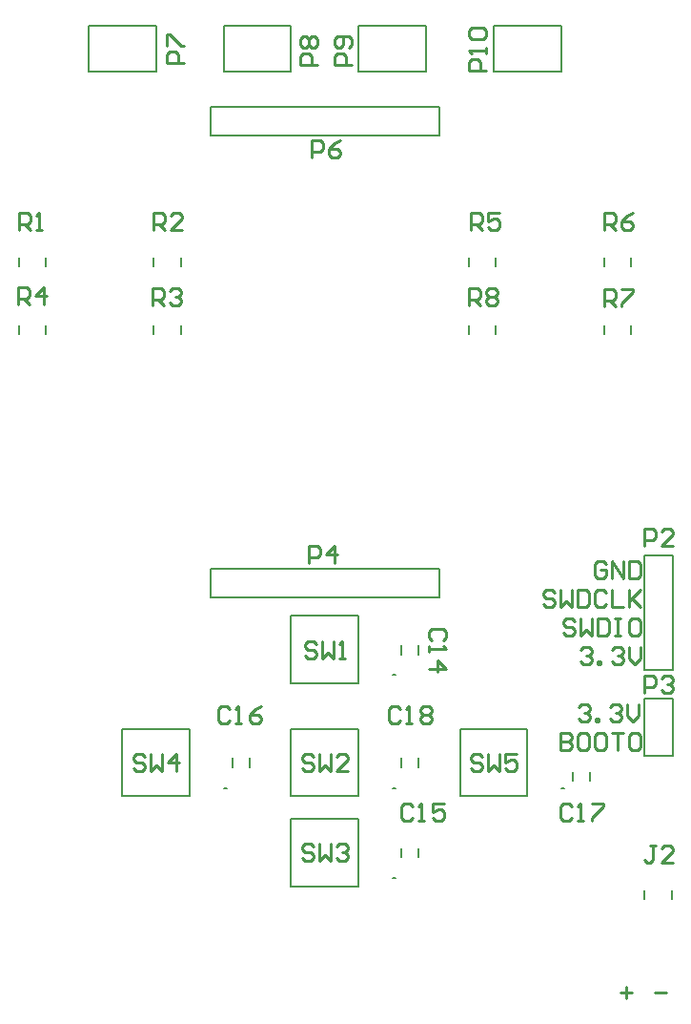
<source format=gto>
G04*
G04 #@! TF.GenerationSoftware,Altium Limited,Altium Designer,20.1.8 (145)*
G04*
G04 Layer_Color=65535*
%FSLAX25Y25*%
%MOIN*%
G70*
G04*
G04 #@! TF.SameCoordinates,CC740219-02E3-49CA-8287-50D337AD25DE*
G04*
G04*
G04 #@! TF.FilePolarity,Positive*
G04*
G01*
G75*
%ADD10C,0.00787*%
%ADD11C,0.00787*%
%ADD12C,0.00500*%
%ADD13C,0.01000*%
D10*
X309902Y261972D02*
X309114D01*
X309902D01*
X250847Y301343D02*
X250059D01*
X250847D01*
X191791Y261972D02*
X191004D01*
X191791D01*
X250847D02*
X250059D01*
X250847D01*
Y230476D02*
X250059D01*
X250847D01*
X276630Y420433D02*
Y423583D01*
X286079Y420433D02*
Y423583D01*
X323874Y420433D02*
Y423583D01*
X333323Y420433D02*
Y423583D01*
Y444055D02*
Y447205D01*
X323874Y444055D02*
Y447205D01*
X286079Y444055D02*
Y447205D01*
X276630Y444055D02*
Y447205D01*
X128598Y444055D02*
Y447205D01*
X119150Y444055D02*
Y447205D01*
X175843Y444055D02*
Y447205D01*
X166394Y444055D02*
Y447205D01*
Y420433D02*
Y423583D01*
X175843Y420433D02*
Y423583D01*
X119150Y420433D02*
Y423583D01*
X128598Y420433D02*
Y423583D01*
X347539Y223121D02*
Y226270D01*
X338091Y223121D02*
Y226270D01*
X186236Y499843D02*
X266236D01*
X186236Y489843D02*
Y499843D01*
Y489843D02*
X266236D01*
Y499843D01*
X258913Y269252D02*
Y272402D01*
X253008Y269252D02*
Y272402D01*
X186236Y338425D02*
X266236D01*
X186236Y328425D02*
Y338425D01*
Y328425D02*
X266236D01*
Y338425D01*
X253008Y308622D02*
Y311772D01*
X258913Y308622D02*
Y311772D01*
X338000Y343000D02*
X348000D01*
Y303000D02*
Y343000D01*
X338000Y303000D02*
Y343000D01*
Y303000D02*
X348000D01*
X338000Y293000D02*
X348000D01*
Y273000D02*
Y293000D01*
X338000Y273000D02*
X348000D01*
X338000D02*
Y293000D01*
X313047Y264425D02*
Y267575D01*
X318953Y264425D02*
Y267575D01*
X199858Y269252D02*
Y272402D01*
X193953Y269252D02*
Y272402D01*
X258913Y237756D02*
Y240906D01*
X253008Y237756D02*
Y240906D01*
D11*
X143594Y512153D02*
Y528153D01*
X167138Y512153D02*
Y528153D01*
X143594Y512153D02*
X167138D01*
X143594Y528154D02*
X167138D01*
X190838D02*
X214382D01*
X190838Y512153D02*
X214382D01*
Y528153D01*
X190838Y512153D02*
Y528153D01*
X238082Y512153D02*
Y528153D01*
X261626Y512153D02*
Y528153D01*
X238082Y512153D02*
X261626D01*
X238082Y528154D02*
X261626D01*
X285326D02*
X308870D01*
X285326Y512153D02*
X308870D01*
Y528153D01*
X285326Y512153D02*
Y528153D01*
D12*
X297102Y259016D02*
Y282638D01*
X273480Y259016D02*
X297102D01*
X273480D02*
Y282638D01*
X297102D01*
X238047Y298386D02*
Y322008D01*
X214425Y298386D02*
X238047D01*
X214425D02*
Y322008D01*
X238047D01*
X178992Y259016D02*
Y282638D01*
X155370Y259016D02*
X178992D01*
X155370D02*
Y282638D01*
X178992D01*
X238047Y259016D02*
Y282638D01*
X214425Y259016D02*
X238047D01*
X214425D02*
Y282638D01*
X238047D01*
Y227520D02*
Y251142D01*
X214425Y227520D02*
X238047D01*
X214425D02*
Y251142D01*
X238047D01*
D13*
X308500Y280998D02*
Y275000D01*
X311499D01*
X312499Y276000D01*
Y276999D01*
X311499Y277999D01*
X308500D01*
X311499D01*
X312499Y278999D01*
Y279998D01*
X311499Y280998D01*
X308500D01*
X317497D02*
X315498D01*
X314498Y279998D01*
Y276000D01*
X315498Y275000D01*
X317497D01*
X318497Y276000D01*
Y279998D01*
X317497Y280998D01*
X323495D02*
X321496D01*
X320496Y279998D01*
Y276000D01*
X321496Y275000D01*
X323495D01*
X324495Y276000D01*
Y279998D01*
X323495Y280998D01*
X326494D02*
X330493D01*
X328493D01*
Y275000D01*
X332492Y279998D02*
X333492Y280998D01*
X335491D01*
X336491Y279998D01*
Y276000D01*
X335491Y275000D01*
X333492D01*
X332492Y276000D01*
Y279998D01*
X315000Y289998D02*
X316000Y290998D01*
X317999D01*
X318999Y289998D01*
Y288999D01*
X317999Y287999D01*
X316999D01*
X317999D01*
X318999Y286999D01*
Y286000D01*
X317999Y285000D01*
X316000D01*
X315000Y286000D01*
X320998Y285000D02*
Y286000D01*
X321998D01*
Y285000D01*
X320998D01*
X325996Y289998D02*
X326996Y290998D01*
X328995D01*
X329995Y289998D01*
Y288999D01*
X328995Y287999D01*
X327996D01*
X328995D01*
X329995Y286999D01*
Y286000D01*
X328995Y285000D01*
X326996D01*
X325996Y286000D01*
X331995Y290998D02*
Y286999D01*
X333994Y285000D01*
X335993Y286999D01*
Y290998D01*
X329500Y190499D02*
X333499D01*
X331499Y192498D02*
Y188500D01*
X341496Y190499D02*
X345495D01*
X315500Y309998D02*
X316500Y310998D01*
X318499D01*
X319499Y309998D01*
Y308999D01*
X318499Y307999D01*
X317499D01*
X318499D01*
X319499Y306999D01*
Y306000D01*
X318499Y305000D01*
X316500D01*
X315500Y306000D01*
X321498Y305000D02*
Y306000D01*
X322498D01*
Y305000D01*
X321498D01*
X326496Y309998D02*
X327496Y310998D01*
X329496D01*
X330495Y309998D01*
Y308999D01*
X329496Y307999D01*
X328496D01*
X329496D01*
X330495Y306999D01*
Y306000D01*
X329496Y305000D01*
X327496D01*
X326496Y306000D01*
X332494Y310998D02*
Y306999D01*
X334494Y305000D01*
X336493Y306999D01*
Y310998D01*
X313499Y319998D02*
X312499Y320998D01*
X310500D01*
X309500Y319998D01*
Y318999D01*
X310500Y317999D01*
X312499D01*
X313499Y316999D01*
Y316000D01*
X312499Y315000D01*
X310500D01*
X309500Y316000D01*
X315498Y320998D02*
Y315000D01*
X317497Y316999D01*
X319497Y315000D01*
Y320998D01*
X321496D02*
Y315000D01*
X324495D01*
X325495Y316000D01*
Y319998D01*
X324495Y320998D01*
X321496D01*
X327494D02*
X329493D01*
X328494D01*
Y315000D01*
X327494D01*
X329493D01*
X335492Y320998D02*
X333492D01*
X332493Y319998D01*
Y316000D01*
X333492Y315000D01*
X335492D01*
X336491Y316000D01*
Y319998D01*
X335492Y320998D01*
X306499Y329998D02*
X305499Y330998D01*
X303500D01*
X302500Y329998D01*
Y328999D01*
X303500Y327999D01*
X305499D01*
X306499Y326999D01*
Y326000D01*
X305499Y325000D01*
X303500D01*
X302500Y326000D01*
X308498Y330998D02*
Y325000D01*
X310497Y326999D01*
X312497Y325000D01*
Y330998D01*
X314496D02*
Y325000D01*
X317495D01*
X318495Y326000D01*
Y329998D01*
X317495Y330998D01*
X314496D01*
X324493Y329998D02*
X323493Y330998D01*
X321494D01*
X320494Y329998D01*
Y326000D01*
X321494Y325000D01*
X323493D01*
X324493Y326000D01*
X326492Y330998D02*
Y325000D01*
X330491D01*
X332490Y330998D02*
Y325000D01*
Y326999D01*
X336489Y330998D01*
X333490Y327999D01*
X336489Y325000D01*
X324499Y339998D02*
X323499Y340998D01*
X321500D01*
X320500Y339998D01*
Y336000D01*
X321500Y335000D01*
X323499D01*
X324499Y336000D01*
Y337999D01*
X322499D01*
X326498Y335000D02*
Y340998D01*
X330497Y335000D01*
Y340998D01*
X332496D02*
Y335000D01*
X335495D01*
X336495Y336000D01*
Y339998D01*
X335495Y340998D01*
X332496D01*
X276482Y430501D02*
Y436499D01*
X279481D01*
X280481Y435499D01*
Y433500D01*
X279481Y432500D01*
X276482D01*
X278481D02*
X280481Y430501D01*
X282480Y435499D02*
X283480Y436499D01*
X285479D01*
X286479Y435499D01*
Y434500D01*
X285479Y433500D01*
X286479Y432500D01*
Y431501D01*
X285479Y430501D01*
X283480D01*
X282480Y431501D01*
Y432500D01*
X283480Y433500D01*
X282480Y434500D01*
Y435499D01*
X283480Y433500D02*
X285479D01*
X323982Y430001D02*
Y435999D01*
X326981D01*
X327980Y434999D01*
Y433000D01*
X326981Y432000D01*
X323982D01*
X325981D02*
X327980Y430001D01*
X329980Y435999D02*
X333979D01*
Y434999D01*
X329980Y431001D01*
Y430001D01*
X323900Y456700D02*
Y462698D01*
X326899D01*
X327899Y461698D01*
Y459699D01*
X326899Y458699D01*
X323900D01*
X325899D02*
X327899Y456700D01*
X333897Y462698D02*
X331897Y461698D01*
X329898Y459699D01*
Y457700D01*
X330898Y456700D01*
X332897D01*
X333897Y457700D01*
Y458699D01*
X332897Y459699D01*
X329898D01*
X277340Y456729D02*
Y462727D01*
X280339D01*
X281339Y461728D01*
Y459728D01*
X280339Y458729D01*
X277340D01*
X279339D02*
X281339Y456729D01*
X287337Y462727D02*
X283338D01*
Y459728D01*
X285337Y460728D01*
X286337D01*
X287337Y459728D01*
Y457729D01*
X286337Y456729D01*
X284338D01*
X283338Y457729D01*
X119200Y456700D02*
Y462698D01*
X122199D01*
X123199Y461698D01*
Y459699D01*
X122199Y458699D01*
X119200D01*
X121199D02*
X123199Y456700D01*
X125198D02*
X127197D01*
X126198D01*
Y462698D01*
X125198Y461698D01*
X166400Y456700D02*
Y462698D01*
X169399D01*
X170399Y461698D01*
Y459699D01*
X169399Y458699D01*
X166400D01*
X168399D02*
X170399Y456700D01*
X176397D02*
X172398D01*
X176397Y460699D01*
Y461698D01*
X175397Y462698D01*
X173398D01*
X172398Y461698D01*
X166021Y430501D02*
Y436499D01*
X169020D01*
X170020Y435499D01*
Y433500D01*
X169020Y432500D01*
X166021D01*
X168021D02*
X170020Y430501D01*
X172020Y435499D02*
X173019Y436499D01*
X175019D01*
X176018Y435499D01*
Y434500D01*
X175019Y433500D01*
X174019D01*
X175019D01*
X176018Y432500D01*
Y431501D01*
X175019Y430501D01*
X173019D01*
X172020Y431501D01*
X118876Y430730D02*
Y436728D01*
X121875D01*
X122874Y435729D01*
Y433730D01*
X121875Y432730D01*
X118876D01*
X120875D02*
X122874Y430730D01*
X127873D02*
Y436728D01*
X124874Y433730D01*
X128872D01*
X221502Y482064D02*
Y488062D01*
X224501D01*
X225500Y487062D01*
Y485063D01*
X224501Y484063D01*
X221502D01*
X231498Y488062D02*
X229499Y487062D01*
X227500Y485063D01*
Y483064D01*
X228499Y482064D01*
X230499D01*
X231498Y483064D01*
Y484063D01*
X230499Y485063D01*
X227500D01*
X342114Y241793D02*
X340114D01*
X341114D01*
Y236795D01*
X340114Y235795D01*
X339115D01*
X338115Y236795D01*
X348112Y235795D02*
X344113D01*
X348112Y239794D01*
Y240794D01*
X347112Y241793D01*
X345113D01*
X344113Y240794D01*
X338002Y346400D02*
Y352398D01*
X341001D01*
X342000Y351399D01*
Y349399D01*
X341001Y348400D01*
X338002D01*
X347998Y346400D02*
X344000D01*
X347998Y350399D01*
Y351399D01*
X346999Y352398D01*
X344999D01*
X344000Y351399D01*
X282499Y512502D02*
X276501D01*
Y515501D01*
X277501Y516501D01*
X279500D01*
X280500Y515501D01*
Y512502D01*
X282499Y518501D02*
Y520500D01*
Y519500D01*
X276501D01*
X277501Y518501D01*
Y523499D02*
X276501Y524499D01*
Y526498D01*
X277501Y527498D01*
X281499D01*
X282499Y526498D01*
Y524499D01*
X281499Y523499D01*
X277501D01*
X235499Y514502D02*
X229501D01*
Y517501D01*
X230501Y518500D01*
X232500D01*
X233500Y517501D01*
Y514502D01*
X234499Y520500D02*
X235499Y521499D01*
Y523499D01*
X234499Y524498D01*
X230501D01*
X229501Y523499D01*
Y521499D01*
X230501Y520500D01*
X231500D01*
X232500Y521499D01*
Y524498D01*
X223499Y514502D02*
X217501D01*
Y517501D01*
X218501Y518500D01*
X220500D01*
X221500Y517501D01*
Y514502D01*
X218501Y520500D02*
X217501Y521499D01*
Y523499D01*
X218501Y524498D01*
X219500D01*
X220500Y523499D01*
X221500Y524498D01*
X222499D01*
X223499Y523499D01*
Y521499D01*
X222499Y520500D01*
X221500D01*
X220500Y521499D01*
X219500Y520500D01*
X218501D01*
X220500Y521499D02*
Y523499D01*
X176999Y515002D02*
X171001D01*
Y518001D01*
X172001Y519000D01*
X174000D01*
X175000Y518001D01*
Y515002D01*
X171001Y521000D02*
Y524998D01*
X172001D01*
X175999Y521000D01*
X176999D01*
X252525Y289499D02*
X251525Y290499D01*
X249526D01*
X248526Y289499D01*
Y285501D01*
X249526Y284501D01*
X251525D01*
X252525Y285501D01*
X254524Y284501D02*
X256524D01*
X255524D01*
Y290499D01*
X254524Y289499D01*
X259523D02*
X260523Y290499D01*
X262522D01*
X263522Y289499D01*
Y288500D01*
X262522Y287500D01*
X263522Y286500D01*
Y285501D01*
X262522Y284501D01*
X260523D01*
X259523Y285501D01*
Y286500D01*
X260523Y287500D01*
X259523Y288500D01*
Y289499D01*
X260523Y287500D02*
X262522D01*
X220738Y340501D02*
Y346499D01*
X223737D01*
X224737Y345499D01*
Y343500D01*
X223737Y342500D01*
X220738D01*
X229735Y340501D02*
Y346499D01*
X226736Y343500D01*
X230735D01*
X281293Y272826D02*
X280293Y273826D01*
X278294D01*
X277294Y272826D01*
Y271827D01*
X278294Y270827D01*
X280293D01*
X281293Y269827D01*
Y268828D01*
X280293Y267828D01*
X278294D01*
X277294Y268828D01*
X283292Y273826D02*
Y267828D01*
X285291Y269827D01*
X287291Y267828D01*
Y273826D01*
X293289D02*
X289290D01*
Y270827D01*
X291289Y271827D01*
X292289D01*
X293289Y270827D01*
Y268828D01*
X292289Y267828D01*
X290290D01*
X289290Y268828D01*
X163182Y272826D02*
X162183Y273826D01*
X160183D01*
X159184Y272826D01*
Y271827D01*
X160183Y270827D01*
X162183D01*
X163182Y269827D01*
Y268828D01*
X162183Y267828D01*
X160183D01*
X159184Y268828D01*
X165182Y273826D02*
Y267828D01*
X167181Y269827D01*
X169181Y267828D01*
Y273826D01*
X174179Y267828D02*
Y273826D01*
X171180Y270827D01*
X175179D01*
X222237Y241330D02*
X221238Y242330D01*
X219238D01*
X218239Y241330D01*
Y240331D01*
X219238Y239331D01*
X221238D01*
X222237Y238331D01*
Y237331D01*
X221238Y236332D01*
X219238D01*
X218239Y237331D01*
X224237Y242330D02*
Y236332D01*
X226236Y238331D01*
X228236Y236332D01*
Y242330D01*
X230235Y241330D02*
X231235Y242330D01*
X233234D01*
X234234Y241330D01*
Y240331D01*
X233234Y239331D01*
X232234D01*
X233234D01*
X234234Y238331D01*
Y237331D01*
X233234Y236332D01*
X231235D01*
X230235Y237331D01*
X222237Y272826D02*
X221238Y273826D01*
X219238D01*
X218239Y272826D01*
Y271827D01*
X219238Y270827D01*
X221238D01*
X222237Y269827D01*
Y268828D01*
X221238Y267828D01*
X219238D01*
X218239Y268828D01*
X224237Y273826D02*
Y267828D01*
X226236Y269827D01*
X228236Y267828D01*
Y273826D01*
X234234Y267828D02*
X230235D01*
X234234Y271827D01*
Y272826D01*
X233234Y273826D01*
X231235D01*
X230235Y272826D01*
X223237Y312196D02*
X222237Y313196D01*
X220238D01*
X219238Y312196D01*
Y311197D01*
X220238Y310197D01*
X222237D01*
X223237Y309197D01*
Y308198D01*
X222237Y307198D01*
X220238D01*
X219238Y308198D01*
X225237Y313196D02*
Y307198D01*
X227236Y309197D01*
X229235Y307198D01*
Y313196D01*
X231235Y307198D02*
X233234D01*
X232234D01*
Y313196D01*
X231235Y312196D01*
X338002Y295001D02*
Y300999D01*
X341001D01*
X342000Y299999D01*
Y298000D01*
X341001Y297000D01*
X338002D01*
X344000Y299999D02*
X344999Y300999D01*
X346999D01*
X347998Y299999D01*
Y299000D01*
X346999Y298000D01*
X345999D01*
X346999D01*
X347998Y297000D01*
Y296001D01*
X346999Y295001D01*
X344999D01*
X344000Y296001D01*
X312501Y255499D02*
X311502Y256499D01*
X309502D01*
X308502Y255499D01*
Y251501D01*
X309502Y250501D01*
X311502D01*
X312501Y251501D01*
X314500Y250501D02*
X316500D01*
X315500D01*
Y256499D01*
X314500Y255499D01*
X319499Y256499D02*
X323498D01*
Y255499D01*
X319499Y251501D01*
Y250501D01*
X193001Y289499D02*
X192001Y290499D01*
X190002D01*
X189002Y289499D01*
Y285501D01*
X190002Y284501D01*
X192001D01*
X193001Y285501D01*
X195001Y284501D02*
X197000D01*
X196000D01*
Y290499D01*
X195001Y289499D01*
X203998Y290499D02*
X201998Y289499D01*
X199999Y287500D01*
Y285501D01*
X200999Y284501D01*
X202998D01*
X203998Y285501D01*
Y286500D01*
X202998Y287500D01*
X199999D01*
X256999Y255398D02*
X255999Y256398D01*
X254000D01*
X253000Y255398D01*
Y251400D01*
X254000Y250400D01*
X255999D01*
X256999Y251400D01*
X258998Y250400D02*
X260997D01*
X259998D01*
Y256398D01*
X258998Y255398D01*
X267995Y256398D02*
X263996D01*
Y253399D01*
X265996Y254399D01*
X266996D01*
X267995Y253399D01*
Y251400D01*
X266996Y250400D01*
X264996D01*
X263996Y251400D01*
X267499Y313499D02*
X268499Y314498D01*
Y316498D01*
X267499Y317498D01*
X263501D01*
X262501Y316498D01*
Y314498D01*
X263501Y313499D01*
X262501Y311500D02*
Y309500D01*
Y310500D01*
X268499D01*
X267499Y311500D01*
X262501Y303502D02*
X268499D01*
X265500Y306501D01*
Y302502D01*
M02*

</source>
